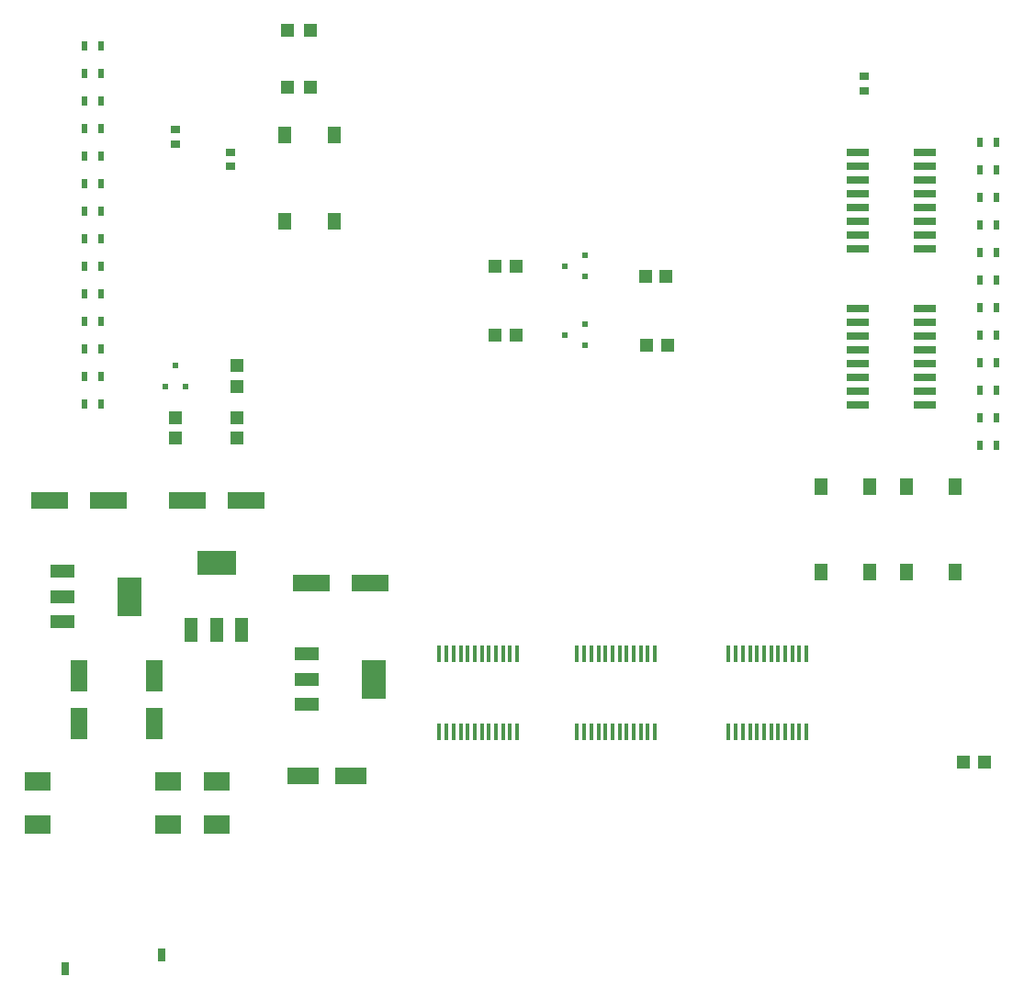
<source format=gtp>
G75*
%MOIN*%
%OFA0B0*%
%FSLAX25Y25*%
%IPPOS*%
%LPD*%
%AMOC8*
5,1,8,0,0,1.08239X$1,22.5*
%
%ADD10R,0.06299X0.11811*%
%ADD11R,0.13780X0.06299*%
%ADD12R,0.11811X0.06299*%
%ADD13R,0.05000X0.04500*%
%ADD14R,0.09449X0.07087*%
%ADD15R,0.04800X0.08800*%
%ADD16R,0.14173X0.08661*%
%ADD17R,0.08800X0.04800*%
%ADD18R,0.08661X0.14173*%
%ADD19R,0.08000X0.02600*%
%ADD20R,0.04724X0.04724*%
%ADD21R,0.02400X0.03500*%
%ADD22R,0.03543X0.02756*%
%ADD23R,0.04500X0.05000*%
%ADD24R,0.02500X0.05000*%
%ADD25R,0.01575X0.05906*%
%ADD26R,0.02362X0.02362*%
%ADD27R,0.05118X0.06102*%
D10*
X0031000Y0129839D03*
X0031000Y0147161D03*
X0058500Y0147161D03*
X0058500Y0129839D03*
D11*
X0115370Y0181000D03*
X0136630Y0181000D03*
X0091630Y0211000D03*
X0070370Y0211000D03*
X0041630Y0211000D03*
X0020370Y0211000D03*
D12*
X0112339Y0111000D03*
X0129661Y0111000D03*
D13*
X0088500Y0233500D03*
X0088500Y0241000D03*
X0088500Y0252250D03*
X0088500Y0259750D03*
X0066000Y0241000D03*
X0066000Y0233500D03*
D14*
X0063500Y0108972D03*
X0063500Y0093028D03*
X0081000Y0093028D03*
X0081000Y0108972D03*
X0016000Y0108972D03*
X0016000Y0093028D03*
D15*
X0071900Y0163800D03*
X0081000Y0163800D03*
X0090100Y0163800D03*
D16*
X0081000Y0188201D03*
D17*
X0113800Y0155100D03*
X0113800Y0146000D03*
X0113800Y0136900D03*
X0025050Y0166900D03*
X0025050Y0176000D03*
X0025050Y0185100D03*
D18*
X0049451Y0176000D03*
X0138201Y0146000D03*
D19*
X0313900Y0245375D03*
X0313900Y0250375D03*
X0313900Y0255375D03*
X0313900Y0260375D03*
X0313900Y0265375D03*
X0313900Y0270375D03*
X0313900Y0275375D03*
X0313900Y0280375D03*
X0313900Y0302250D03*
X0313900Y0307250D03*
X0313900Y0312250D03*
X0313900Y0317250D03*
X0313900Y0322250D03*
X0313900Y0327250D03*
X0313900Y0332250D03*
X0313900Y0337250D03*
X0338100Y0337250D03*
X0338100Y0332250D03*
X0338100Y0327250D03*
X0338100Y0322250D03*
X0338100Y0317250D03*
X0338100Y0312250D03*
X0338100Y0307250D03*
X0338100Y0302250D03*
X0338100Y0280375D03*
X0338100Y0275375D03*
X0338100Y0270375D03*
X0338100Y0265375D03*
X0338100Y0260375D03*
X0338100Y0255375D03*
X0338100Y0250375D03*
X0338100Y0245375D03*
D20*
X0115134Y0361000D03*
X0106866Y0361000D03*
X0106866Y0381625D03*
X0115134Y0381625D03*
D21*
X0038950Y0376000D03*
X0033050Y0376000D03*
X0033050Y0366000D03*
X0038950Y0366000D03*
X0038950Y0356000D03*
X0033050Y0356000D03*
X0033050Y0346000D03*
X0038950Y0346000D03*
X0038950Y0336000D03*
X0033050Y0336000D03*
X0033050Y0326000D03*
X0038950Y0326000D03*
X0038950Y0316000D03*
X0033050Y0316000D03*
X0033050Y0306000D03*
X0038950Y0306000D03*
X0038950Y0296000D03*
X0033050Y0296000D03*
X0033050Y0286000D03*
X0038950Y0286000D03*
X0038950Y0276000D03*
X0033050Y0276000D03*
X0033050Y0266000D03*
X0038950Y0266000D03*
X0038950Y0256000D03*
X0033050Y0256000D03*
X0033050Y0246000D03*
X0038950Y0246000D03*
X0358050Y0241000D03*
X0363950Y0241000D03*
X0363950Y0231000D03*
X0358050Y0231000D03*
X0358050Y0251000D03*
X0363950Y0251000D03*
X0363950Y0261000D03*
X0358050Y0261000D03*
X0358050Y0271000D03*
X0363950Y0271000D03*
X0363950Y0281000D03*
X0358050Y0281000D03*
X0358050Y0291000D03*
X0363950Y0291000D03*
X0363950Y0301000D03*
X0358050Y0301000D03*
X0358050Y0311000D03*
X0363950Y0311000D03*
X0363950Y0321000D03*
X0358050Y0321000D03*
X0358050Y0331000D03*
X0363950Y0331000D03*
X0363950Y0341000D03*
X0358050Y0341000D03*
D22*
X0316000Y0359691D03*
X0316000Y0364809D03*
X0086000Y0337309D03*
X0086000Y0332191D03*
X0066000Y0340316D03*
X0066000Y0345434D03*
D23*
X0182250Y0296000D03*
X0189750Y0296000D03*
X0189750Y0271000D03*
X0182250Y0271000D03*
X0237250Y0267250D03*
X0244750Y0267250D03*
X0244125Y0292250D03*
X0236625Y0292250D03*
X0352250Y0116000D03*
X0359750Y0116000D03*
D24*
X0026000Y0041000D03*
X0061000Y0046000D03*
D25*
X0161925Y0126728D03*
X0164484Y0126728D03*
X0167043Y0126728D03*
X0169602Y0126728D03*
X0172161Y0126728D03*
X0174720Y0126728D03*
X0177280Y0126728D03*
X0179839Y0126728D03*
X0182398Y0126728D03*
X0184957Y0126728D03*
X0187516Y0126728D03*
X0190075Y0126728D03*
X0211925Y0126728D03*
X0214484Y0126728D03*
X0217043Y0126728D03*
X0219602Y0126728D03*
X0222161Y0126728D03*
X0224720Y0126728D03*
X0227280Y0126728D03*
X0229839Y0126728D03*
X0232398Y0126728D03*
X0234957Y0126728D03*
X0237516Y0126728D03*
X0240075Y0126728D03*
X0266925Y0126728D03*
X0269484Y0126728D03*
X0272043Y0126728D03*
X0274602Y0126728D03*
X0277161Y0126728D03*
X0279720Y0126728D03*
X0282280Y0126728D03*
X0284839Y0126728D03*
X0287398Y0126728D03*
X0289957Y0126728D03*
X0292516Y0126728D03*
X0295075Y0126728D03*
X0295075Y0155272D03*
X0292516Y0155272D03*
X0289957Y0155272D03*
X0287398Y0155272D03*
X0284839Y0155272D03*
X0282280Y0155272D03*
X0279720Y0155272D03*
X0277161Y0155272D03*
X0274602Y0155272D03*
X0272043Y0155272D03*
X0269484Y0155272D03*
X0266925Y0155272D03*
X0240075Y0155272D03*
X0237516Y0155272D03*
X0234957Y0155272D03*
X0232398Y0155272D03*
X0229839Y0155272D03*
X0227280Y0155272D03*
X0224720Y0155272D03*
X0222161Y0155272D03*
X0219602Y0155272D03*
X0217043Y0155272D03*
X0214484Y0155272D03*
X0211925Y0155272D03*
X0190075Y0155272D03*
X0187516Y0155272D03*
X0184957Y0155272D03*
X0182398Y0155272D03*
X0179839Y0155272D03*
X0177280Y0155272D03*
X0174720Y0155272D03*
X0172161Y0155272D03*
X0169602Y0155272D03*
X0167043Y0155272D03*
X0164484Y0155272D03*
X0161925Y0155272D03*
D26*
X0069740Y0252260D03*
X0062260Y0252260D03*
X0066000Y0259740D03*
X0207260Y0271000D03*
X0214740Y0267260D03*
X0214740Y0274740D03*
X0214740Y0292260D03*
X0214740Y0299740D03*
X0207260Y0296000D03*
D27*
X0123608Y0312225D03*
X0105892Y0312225D03*
X0105892Y0343525D03*
X0123608Y0343525D03*
X0300267Y0216025D03*
X0317983Y0216025D03*
X0331517Y0216025D03*
X0349233Y0216025D03*
X0349233Y0184725D03*
X0331517Y0184725D03*
X0317983Y0184725D03*
X0300267Y0184725D03*
M02*

</source>
